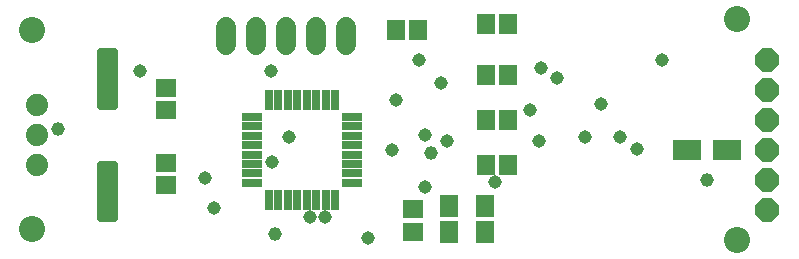
<source format=gbr>
G04 EAGLE Gerber RS-274X export*
G75*
%MOMM*%
%FSLAX34Y34*%
%LPD*%
%INSoldermask Bottom*%
%IPPOS*%
%AMOC8*
5,1,8,0,0,1.08239X$1,22.5*%
G01*
%ADD10C,2.205738*%
%ADD11R,1.703200X1.503200*%
%ADD12R,1.498600X1.941475*%
%ADD13R,1.503200X1.703200*%
%ADD14P,2.144431X8X202.500000*%
%ADD15C,1.879600*%
%ADD16R,1.676400X0.711200*%
%ADD17R,0.711200X1.676400*%
%ADD18C,0.582488*%
%ADD19C,1.727200*%
%ADD20R,2.387600X1.778000*%
%ADD21C,1.143000*%
%ADD22C,1.159600*%


D10*
X203200Y381000D03*
X203200Y212090D03*
X800100Y389890D03*
X800100Y203200D03*
D11*
X316230Y249580D03*
X316230Y268580D03*
X316230Y332080D03*
X316230Y313080D03*
D12*
X586740Y210113D03*
X586740Y231847D03*
X556260Y210113D03*
X556260Y231847D03*
D11*
X525780Y229210D03*
X525780Y210210D03*
D13*
X587400Y304800D03*
X606400Y304800D03*
X587400Y386080D03*
X606400Y386080D03*
D14*
X825500Y228600D03*
X825500Y254000D03*
X825500Y279400D03*
X825500Y304800D03*
X825500Y330200D03*
X825500Y355600D03*
D15*
X207010Y266700D03*
X207010Y292100D03*
X207010Y317500D03*
D13*
X606400Y266700D03*
X587400Y266700D03*
X530200Y381000D03*
X511200Y381000D03*
X606400Y342900D03*
X587400Y342900D03*
D16*
X389382Y251400D03*
X389382Y259400D03*
X389382Y267400D03*
X389382Y275400D03*
X389382Y283400D03*
X389382Y291400D03*
X389382Y299400D03*
X389382Y307400D03*
D17*
X403800Y321818D03*
X411800Y321818D03*
X419800Y321818D03*
X427800Y321818D03*
X435800Y321818D03*
X443800Y321818D03*
X451800Y321818D03*
X459800Y321818D03*
D16*
X474218Y307400D03*
X474218Y299400D03*
X474218Y291400D03*
X474218Y283400D03*
X474218Y275400D03*
X474218Y267400D03*
X474218Y259400D03*
X474218Y251400D03*
D17*
X459800Y236982D03*
X451800Y236982D03*
X443800Y236982D03*
X435800Y236982D03*
X427800Y236982D03*
X419800Y236982D03*
X411800Y236982D03*
X403800Y236982D03*
D18*
X261046Y316446D02*
X261046Y362754D01*
X272354Y362754D01*
X272354Y316446D01*
X261046Y316446D01*
X261046Y321980D02*
X272354Y321980D01*
X272354Y327514D02*
X261046Y327514D01*
X261046Y333048D02*
X272354Y333048D01*
X272354Y338582D02*
X261046Y338582D01*
X261046Y344116D02*
X272354Y344116D01*
X272354Y349650D02*
X261046Y349650D01*
X261046Y355184D02*
X272354Y355184D01*
X272354Y360718D02*
X261046Y360718D01*
X261046Y267754D02*
X261046Y221446D01*
X261046Y267754D02*
X272354Y267754D01*
X272354Y221446D01*
X261046Y221446D01*
X261046Y226980D02*
X272354Y226980D01*
X272354Y232514D02*
X261046Y232514D01*
X261046Y238048D02*
X272354Y238048D01*
X272354Y243582D02*
X261046Y243582D01*
X261046Y249116D02*
X272354Y249116D01*
X272354Y254650D02*
X261046Y254650D01*
X261046Y260184D02*
X272354Y260184D01*
X272354Y265718D02*
X261046Y265718D01*
D19*
X367030Y368300D02*
X367030Y383540D01*
X392430Y383540D02*
X392430Y368300D01*
X417830Y368300D02*
X417830Y383540D01*
X443230Y383540D02*
X443230Y368300D01*
X468630Y368300D02*
X468630Y383540D01*
D20*
X757682Y279400D03*
X791718Y279400D03*
D21*
X487680Y204470D03*
X647700Y340360D03*
X736600Y355600D03*
X632460Y287020D03*
X356870Y229870D03*
D22*
X408940Y208280D03*
X224790Y297180D03*
X541020Y276860D03*
X774700Y254000D03*
D21*
X715264Y280416D03*
X350012Y255270D03*
X535940Y247904D03*
X625094Y312928D03*
X511048Y321818D03*
X530606Y355346D03*
X549656Y336296D03*
X438150Y222250D03*
X451612Y222250D03*
X685038Y318008D03*
X595376Y251968D03*
X294640Y346456D03*
X405130Y346202D03*
X554736Y286512D03*
X634238Y348742D03*
X406400Y268986D03*
X671576Y290576D03*
X701040Y290576D03*
X507746Y279146D03*
X535686Y291592D03*
X420624Y290576D03*
M02*

</source>
